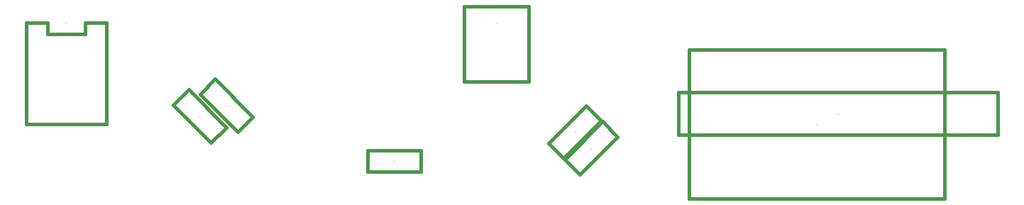
<source format=gbr>
G04 #@! TF.FileFunction,Drawing*
%FSLAX46Y46*%
G04 Gerber Fmt 4.6, Leading zero omitted, Abs format (unit mm)*
G04 Created by KiCad (PCBNEW (2016-11-25 revision 30df041)-makepkg) date 12/02/16 00:31:02*
%MOMM*%
%LPD*%
G01*
G04 APERTURE LIST*
%ADD10C,0.150000*%
%ADD11C,0.381000*%
%ADD12C,0.025400*%
G04 APERTURE END LIST*
D10*
D11*
X159385000Y-43815000D02*
X197485000Y-43815000D01*
X197485000Y-43815000D02*
X197485000Y-38735000D01*
X197485000Y-38735000D02*
X159385000Y-38735000D01*
X159385000Y-38735000D02*
X159385000Y-43815000D01*
D12*
X178435000Y-41275000D02*
X178435000Y-41275000D01*
D11*
X141493240Y-28481020D02*
X141493240Y-37480240D01*
X141493240Y-37480240D02*
X133791960Y-37480240D01*
X133791960Y-37480240D02*
X133791960Y-28481020D01*
X133791960Y-28481020D02*
X141493240Y-28481020D01*
D12*
X137642600Y-30480000D02*
X137642600Y-30480000D01*
D11*
X152050590Y-44055462D02*
X147560462Y-48545590D01*
X147560462Y-48545590D02*
X145764410Y-46749538D01*
X145764410Y-46749538D02*
X150254538Y-42259410D01*
X150254538Y-42259410D02*
X152050590Y-44055462D01*
D12*
X148907500Y-45402500D02*
X148907500Y-45402500D01*
D11*
X150145590Y-42150462D02*
X145655462Y-46640590D01*
X145655462Y-46640590D02*
X143859410Y-44844538D01*
X143859410Y-44844538D02*
X148349538Y-40354410D01*
X148349538Y-40354410D02*
X150145590Y-42150462D01*
D12*
X147002500Y-43497500D02*
X147002500Y-43497500D01*
D11*
X128587500Y-48260000D02*
X122237500Y-48260000D01*
X122237500Y-48260000D02*
X122237500Y-45720000D01*
X122237500Y-45720000D02*
X128587500Y-45720000D01*
X128587500Y-45720000D02*
X128587500Y-48260000D01*
D12*
X125412500Y-46990000D02*
X125412500Y-46990000D01*
D11*
X104062962Y-37179410D02*
X108553090Y-41669538D01*
X108553090Y-41669538D02*
X106757038Y-43465590D01*
X106757038Y-43465590D02*
X102266910Y-38975462D01*
X102266910Y-38975462D02*
X104062962Y-37179410D01*
D12*
X105410000Y-40322500D02*
X105410000Y-40322500D01*
D11*
X100887962Y-38449410D02*
X105378090Y-42939538D01*
X105378090Y-42939538D02*
X103582038Y-44735590D01*
X103582038Y-44735590D02*
X99091910Y-40245462D01*
X99091910Y-40245462D02*
X100887962Y-38449410D01*
D12*
X102235000Y-41592500D02*
X102235000Y-41592500D01*
D11*
X160655000Y-33655000D02*
X160655000Y-51435000D01*
X160655000Y-51435000D02*
X191135000Y-51435000D01*
X191135000Y-51435000D02*
X191135000Y-33655000D01*
X191135000Y-33655000D02*
X160655000Y-33655000D01*
D12*
X175895000Y-42545000D02*
X175895000Y-42545000D01*
D11*
X91109800Y-30480000D02*
X88557100Y-30480000D01*
X88557100Y-30480000D02*
X88557100Y-31775400D01*
X88557100Y-31775400D02*
X84061300Y-31775400D01*
X84061300Y-31775400D02*
X84061300Y-30480000D01*
X84061300Y-30480000D02*
X81508600Y-30480000D01*
X81508600Y-30480000D02*
X81508600Y-42545000D01*
X81508600Y-42545000D02*
X91109800Y-42545000D01*
X91109800Y-42545000D02*
X91109800Y-30480000D01*
D12*
X86309200Y-30480000D02*
X86309200Y-30480000D01*
M02*

</source>
